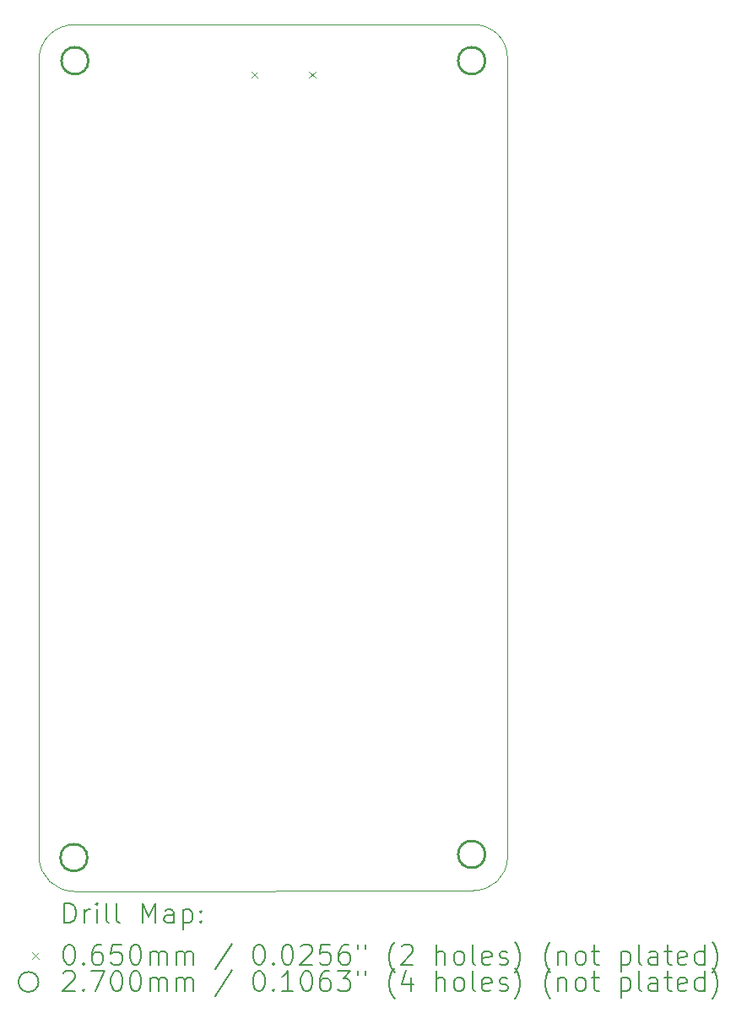
<source format=gbr>
%TF.GenerationSoftware,KiCad,Pcbnew,8.0.6*%
%TF.CreationDate,2024-11-13T15:41:56-05:00*%
%TF.ProjectId,KiCAD-RFM69,4b694341-442d-4524-964d-36392e6b6963,rev?*%
%TF.SameCoordinates,Original*%
%TF.FileFunction,Drillmap*%
%TF.FilePolarity,Positive*%
%FSLAX45Y45*%
G04 Gerber Fmt 4.5, Leading zero omitted, Abs format (unit mm)*
G04 Created by KiCad (PCBNEW 8.0.6) date 2024-11-13 15:41:56*
%MOMM*%
%LPD*%
G01*
G04 APERTURE LIST*
%ADD10C,0.100000*%
%ADD11C,0.200000*%
%ADD12C,0.270000*%
G04 APERTURE END LIST*
D10*
X14360000Y-6300416D02*
G75*
G02*
X14699735Y-6630000I10000J-329584D01*
G01*
X10360000Y-6300000D02*
X14360000Y-6300416D01*
X14700000Y-14659584D02*
G75*
G02*
X14360560Y-14980004I-330000J9584D01*
G01*
X14360560Y-14980004D02*
X10350000Y-14990223D01*
X10000000Y-14652513D02*
X10000000Y-6660000D01*
X10350000Y-14990223D02*
G75*
G02*
X10000000Y-14652513I0J350224D01*
G01*
X14700000Y-6630000D02*
X14700000Y-14659584D01*
X10000000Y-6660000D02*
G75*
G02*
X10360000Y-6300000I350000J10000D01*
G01*
D11*
D10*
X12128500Y-6767500D02*
X12193500Y-6832500D01*
X12193500Y-6767500D02*
X12128500Y-6832500D01*
X12706500Y-6767500D02*
X12771500Y-6832500D01*
X12771500Y-6767500D02*
X12706500Y-6832500D01*
D12*
X10485000Y-14652513D02*
G75*
G02*
X10215000Y-14652513I-135000J0D01*
G01*
X10215000Y-14652513D02*
G75*
G02*
X10485000Y-14652513I135000J0D01*
G01*
X10495000Y-6660000D02*
G75*
G02*
X10225000Y-6660000I-135000J0D01*
G01*
X10225000Y-6660000D02*
G75*
G02*
X10495000Y-6660000I135000J0D01*
G01*
X14475000Y-6660000D02*
G75*
G02*
X14205000Y-6660000I-135000J0D01*
G01*
X14205000Y-6660000D02*
G75*
G02*
X14475000Y-6660000I135000J0D01*
G01*
X14475000Y-14620000D02*
G75*
G02*
X14205000Y-14620000I-135000J0D01*
G01*
X14205000Y-14620000D02*
G75*
G02*
X14475000Y-14620000I135000J0D01*
G01*
D11*
X10255634Y-15306707D02*
X10255634Y-15106707D01*
X10255634Y-15106707D02*
X10303253Y-15106707D01*
X10303253Y-15106707D02*
X10331825Y-15116231D01*
X10331825Y-15116231D02*
X10350872Y-15135279D01*
X10350872Y-15135279D02*
X10360396Y-15154326D01*
X10360396Y-15154326D02*
X10369920Y-15192421D01*
X10369920Y-15192421D02*
X10369920Y-15220993D01*
X10369920Y-15220993D02*
X10360396Y-15259088D01*
X10360396Y-15259088D02*
X10350872Y-15278136D01*
X10350872Y-15278136D02*
X10331825Y-15297183D01*
X10331825Y-15297183D02*
X10303253Y-15306707D01*
X10303253Y-15306707D02*
X10255634Y-15306707D01*
X10455634Y-15306707D02*
X10455634Y-15173374D01*
X10455634Y-15211469D02*
X10465158Y-15192421D01*
X10465158Y-15192421D02*
X10474682Y-15182898D01*
X10474682Y-15182898D02*
X10493729Y-15173374D01*
X10493729Y-15173374D02*
X10512777Y-15173374D01*
X10579444Y-15306707D02*
X10579444Y-15173374D01*
X10579444Y-15106707D02*
X10569920Y-15116231D01*
X10569920Y-15116231D02*
X10579444Y-15125755D01*
X10579444Y-15125755D02*
X10588967Y-15116231D01*
X10588967Y-15116231D02*
X10579444Y-15106707D01*
X10579444Y-15106707D02*
X10579444Y-15125755D01*
X10703253Y-15306707D02*
X10684205Y-15297183D01*
X10684205Y-15297183D02*
X10674682Y-15278136D01*
X10674682Y-15278136D02*
X10674682Y-15106707D01*
X10808015Y-15306707D02*
X10788967Y-15297183D01*
X10788967Y-15297183D02*
X10779444Y-15278136D01*
X10779444Y-15278136D02*
X10779444Y-15106707D01*
X11036586Y-15306707D02*
X11036586Y-15106707D01*
X11036586Y-15106707D02*
X11103253Y-15249564D01*
X11103253Y-15249564D02*
X11169920Y-15106707D01*
X11169920Y-15106707D02*
X11169920Y-15306707D01*
X11350872Y-15306707D02*
X11350872Y-15201945D01*
X11350872Y-15201945D02*
X11341348Y-15182898D01*
X11341348Y-15182898D02*
X11322301Y-15173374D01*
X11322301Y-15173374D02*
X11284205Y-15173374D01*
X11284205Y-15173374D02*
X11265158Y-15182898D01*
X11350872Y-15297183D02*
X11331824Y-15306707D01*
X11331824Y-15306707D02*
X11284205Y-15306707D01*
X11284205Y-15306707D02*
X11265158Y-15297183D01*
X11265158Y-15297183D02*
X11255634Y-15278136D01*
X11255634Y-15278136D02*
X11255634Y-15259088D01*
X11255634Y-15259088D02*
X11265158Y-15240041D01*
X11265158Y-15240041D02*
X11284205Y-15230517D01*
X11284205Y-15230517D02*
X11331824Y-15230517D01*
X11331824Y-15230517D02*
X11350872Y-15220993D01*
X11446110Y-15173374D02*
X11446110Y-15373374D01*
X11446110Y-15182898D02*
X11465158Y-15173374D01*
X11465158Y-15173374D02*
X11503253Y-15173374D01*
X11503253Y-15173374D02*
X11522301Y-15182898D01*
X11522301Y-15182898D02*
X11531824Y-15192421D01*
X11531824Y-15192421D02*
X11541348Y-15211469D01*
X11541348Y-15211469D02*
X11541348Y-15268612D01*
X11541348Y-15268612D02*
X11531824Y-15287660D01*
X11531824Y-15287660D02*
X11522301Y-15297183D01*
X11522301Y-15297183D02*
X11503253Y-15306707D01*
X11503253Y-15306707D02*
X11465158Y-15306707D01*
X11465158Y-15306707D02*
X11446110Y-15297183D01*
X11627063Y-15287660D02*
X11636586Y-15297183D01*
X11636586Y-15297183D02*
X11627063Y-15306707D01*
X11627063Y-15306707D02*
X11617539Y-15297183D01*
X11617539Y-15297183D02*
X11627063Y-15287660D01*
X11627063Y-15287660D02*
X11627063Y-15306707D01*
X11627063Y-15182898D02*
X11636586Y-15192421D01*
X11636586Y-15192421D02*
X11627063Y-15201945D01*
X11627063Y-15201945D02*
X11617539Y-15192421D01*
X11617539Y-15192421D02*
X11627063Y-15182898D01*
X11627063Y-15182898D02*
X11627063Y-15201945D01*
D10*
X9929857Y-15602723D02*
X9994857Y-15667723D01*
X9994857Y-15602723D02*
X9929857Y-15667723D01*
D11*
X10293729Y-15526707D02*
X10312777Y-15526707D01*
X10312777Y-15526707D02*
X10331825Y-15536231D01*
X10331825Y-15536231D02*
X10341348Y-15545755D01*
X10341348Y-15545755D02*
X10350872Y-15564802D01*
X10350872Y-15564802D02*
X10360396Y-15602898D01*
X10360396Y-15602898D02*
X10360396Y-15650517D01*
X10360396Y-15650517D02*
X10350872Y-15688612D01*
X10350872Y-15688612D02*
X10341348Y-15707660D01*
X10341348Y-15707660D02*
X10331825Y-15717183D01*
X10331825Y-15717183D02*
X10312777Y-15726707D01*
X10312777Y-15726707D02*
X10293729Y-15726707D01*
X10293729Y-15726707D02*
X10274682Y-15717183D01*
X10274682Y-15717183D02*
X10265158Y-15707660D01*
X10265158Y-15707660D02*
X10255634Y-15688612D01*
X10255634Y-15688612D02*
X10246110Y-15650517D01*
X10246110Y-15650517D02*
X10246110Y-15602898D01*
X10246110Y-15602898D02*
X10255634Y-15564802D01*
X10255634Y-15564802D02*
X10265158Y-15545755D01*
X10265158Y-15545755D02*
X10274682Y-15536231D01*
X10274682Y-15536231D02*
X10293729Y-15526707D01*
X10446110Y-15707660D02*
X10455634Y-15717183D01*
X10455634Y-15717183D02*
X10446110Y-15726707D01*
X10446110Y-15726707D02*
X10436586Y-15717183D01*
X10436586Y-15717183D02*
X10446110Y-15707660D01*
X10446110Y-15707660D02*
X10446110Y-15726707D01*
X10627063Y-15526707D02*
X10588967Y-15526707D01*
X10588967Y-15526707D02*
X10569920Y-15536231D01*
X10569920Y-15536231D02*
X10560396Y-15545755D01*
X10560396Y-15545755D02*
X10541348Y-15574326D01*
X10541348Y-15574326D02*
X10531825Y-15612421D01*
X10531825Y-15612421D02*
X10531825Y-15688612D01*
X10531825Y-15688612D02*
X10541348Y-15707660D01*
X10541348Y-15707660D02*
X10550872Y-15717183D01*
X10550872Y-15717183D02*
X10569920Y-15726707D01*
X10569920Y-15726707D02*
X10608015Y-15726707D01*
X10608015Y-15726707D02*
X10627063Y-15717183D01*
X10627063Y-15717183D02*
X10636586Y-15707660D01*
X10636586Y-15707660D02*
X10646110Y-15688612D01*
X10646110Y-15688612D02*
X10646110Y-15640993D01*
X10646110Y-15640993D02*
X10636586Y-15621945D01*
X10636586Y-15621945D02*
X10627063Y-15612421D01*
X10627063Y-15612421D02*
X10608015Y-15602898D01*
X10608015Y-15602898D02*
X10569920Y-15602898D01*
X10569920Y-15602898D02*
X10550872Y-15612421D01*
X10550872Y-15612421D02*
X10541348Y-15621945D01*
X10541348Y-15621945D02*
X10531825Y-15640993D01*
X10827063Y-15526707D02*
X10731825Y-15526707D01*
X10731825Y-15526707D02*
X10722301Y-15621945D01*
X10722301Y-15621945D02*
X10731825Y-15612421D01*
X10731825Y-15612421D02*
X10750872Y-15602898D01*
X10750872Y-15602898D02*
X10798491Y-15602898D01*
X10798491Y-15602898D02*
X10817539Y-15612421D01*
X10817539Y-15612421D02*
X10827063Y-15621945D01*
X10827063Y-15621945D02*
X10836586Y-15640993D01*
X10836586Y-15640993D02*
X10836586Y-15688612D01*
X10836586Y-15688612D02*
X10827063Y-15707660D01*
X10827063Y-15707660D02*
X10817539Y-15717183D01*
X10817539Y-15717183D02*
X10798491Y-15726707D01*
X10798491Y-15726707D02*
X10750872Y-15726707D01*
X10750872Y-15726707D02*
X10731825Y-15717183D01*
X10731825Y-15717183D02*
X10722301Y-15707660D01*
X10960396Y-15526707D02*
X10979444Y-15526707D01*
X10979444Y-15526707D02*
X10998491Y-15536231D01*
X10998491Y-15536231D02*
X11008015Y-15545755D01*
X11008015Y-15545755D02*
X11017539Y-15564802D01*
X11017539Y-15564802D02*
X11027063Y-15602898D01*
X11027063Y-15602898D02*
X11027063Y-15650517D01*
X11027063Y-15650517D02*
X11017539Y-15688612D01*
X11017539Y-15688612D02*
X11008015Y-15707660D01*
X11008015Y-15707660D02*
X10998491Y-15717183D01*
X10998491Y-15717183D02*
X10979444Y-15726707D01*
X10979444Y-15726707D02*
X10960396Y-15726707D01*
X10960396Y-15726707D02*
X10941348Y-15717183D01*
X10941348Y-15717183D02*
X10931825Y-15707660D01*
X10931825Y-15707660D02*
X10922301Y-15688612D01*
X10922301Y-15688612D02*
X10912777Y-15650517D01*
X10912777Y-15650517D02*
X10912777Y-15602898D01*
X10912777Y-15602898D02*
X10922301Y-15564802D01*
X10922301Y-15564802D02*
X10931825Y-15545755D01*
X10931825Y-15545755D02*
X10941348Y-15536231D01*
X10941348Y-15536231D02*
X10960396Y-15526707D01*
X11112777Y-15726707D02*
X11112777Y-15593374D01*
X11112777Y-15612421D02*
X11122301Y-15602898D01*
X11122301Y-15602898D02*
X11141348Y-15593374D01*
X11141348Y-15593374D02*
X11169920Y-15593374D01*
X11169920Y-15593374D02*
X11188967Y-15602898D01*
X11188967Y-15602898D02*
X11198491Y-15621945D01*
X11198491Y-15621945D02*
X11198491Y-15726707D01*
X11198491Y-15621945D02*
X11208015Y-15602898D01*
X11208015Y-15602898D02*
X11227063Y-15593374D01*
X11227063Y-15593374D02*
X11255634Y-15593374D01*
X11255634Y-15593374D02*
X11274682Y-15602898D01*
X11274682Y-15602898D02*
X11284205Y-15621945D01*
X11284205Y-15621945D02*
X11284205Y-15726707D01*
X11379444Y-15726707D02*
X11379444Y-15593374D01*
X11379444Y-15612421D02*
X11388967Y-15602898D01*
X11388967Y-15602898D02*
X11408015Y-15593374D01*
X11408015Y-15593374D02*
X11436586Y-15593374D01*
X11436586Y-15593374D02*
X11455634Y-15602898D01*
X11455634Y-15602898D02*
X11465158Y-15621945D01*
X11465158Y-15621945D02*
X11465158Y-15726707D01*
X11465158Y-15621945D02*
X11474682Y-15602898D01*
X11474682Y-15602898D02*
X11493729Y-15593374D01*
X11493729Y-15593374D02*
X11522301Y-15593374D01*
X11522301Y-15593374D02*
X11541348Y-15602898D01*
X11541348Y-15602898D02*
X11550872Y-15621945D01*
X11550872Y-15621945D02*
X11550872Y-15726707D01*
X11941348Y-15517183D02*
X11769920Y-15774326D01*
X12198491Y-15526707D02*
X12217539Y-15526707D01*
X12217539Y-15526707D02*
X12236587Y-15536231D01*
X12236587Y-15536231D02*
X12246110Y-15545755D01*
X12246110Y-15545755D02*
X12255634Y-15564802D01*
X12255634Y-15564802D02*
X12265158Y-15602898D01*
X12265158Y-15602898D02*
X12265158Y-15650517D01*
X12265158Y-15650517D02*
X12255634Y-15688612D01*
X12255634Y-15688612D02*
X12246110Y-15707660D01*
X12246110Y-15707660D02*
X12236587Y-15717183D01*
X12236587Y-15717183D02*
X12217539Y-15726707D01*
X12217539Y-15726707D02*
X12198491Y-15726707D01*
X12198491Y-15726707D02*
X12179444Y-15717183D01*
X12179444Y-15717183D02*
X12169920Y-15707660D01*
X12169920Y-15707660D02*
X12160396Y-15688612D01*
X12160396Y-15688612D02*
X12150872Y-15650517D01*
X12150872Y-15650517D02*
X12150872Y-15602898D01*
X12150872Y-15602898D02*
X12160396Y-15564802D01*
X12160396Y-15564802D02*
X12169920Y-15545755D01*
X12169920Y-15545755D02*
X12179444Y-15536231D01*
X12179444Y-15536231D02*
X12198491Y-15526707D01*
X12350872Y-15707660D02*
X12360396Y-15717183D01*
X12360396Y-15717183D02*
X12350872Y-15726707D01*
X12350872Y-15726707D02*
X12341348Y-15717183D01*
X12341348Y-15717183D02*
X12350872Y-15707660D01*
X12350872Y-15707660D02*
X12350872Y-15726707D01*
X12484206Y-15526707D02*
X12503253Y-15526707D01*
X12503253Y-15526707D02*
X12522301Y-15536231D01*
X12522301Y-15536231D02*
X12531825Y-15545755D01*
X12531825Y-15545755D02*
X12541348Y-15564802D01*
X12541348Y-15564802D02*
X12550872Y-15602898D01*
X12550872Y-15602898D02*
X12550872Y-15650517D01*
X12550872Y-15650517D02*
X12541348Y-15688612D01*
X12541348Y-15688612D02*
X12531825Y-15707660D01*
X12531825Y-15707660D02*
X12522301Y-15717183D01*
X12522301Y-15717183D02*
X12503253Y-15726707D01*
X12503253Y-15726707D02*
X12484206Y-15726707D01*
X12484206Y-15726707D02*
X12465158Y-15717183D01*
X12465158Y-15717183D02*
X12455634Y-15707660D01*
X12455634Y-15707660D02*
X12446110Y-15688612D01*
X12446110Y-15688612D02*
X12436587Y-15650517D01*
X12436587Y-15650517D02*
X12436587Y-15602898D01*
X12436587Y-15602898D02*
X12446110Y-15564802D01*
X12446110Y-15564802D02*
X12455634Y-15545755D01*
X12455634Y-15545755D02*
X12465158Y-15536231D01*
X12465158Y-15536231D02*
X12484206Y-15526707D01*
X12627063Y-15545755D02*
X12636587Y-15536231D01*
X12636587Y-15536231D02*
X12655634Y-15526707D01*
X12655634Y-15526707D02*
X12703253Y-15526707D01*
X12703253Y-15526707D02*
X12722301Y-15536231D01*
X12722301Y-15536231D02*
X12731825Y-15545755D01*
X12731825Y-15545755D02*
X12741348Y-15564802D01*
X12741348Y-15564802D02*
X12741348Y-15583850D01*
X12741348Y-15583850D02*
X12731825Y-15612421D01*
X12731825Y-15612421D02*
X12617539Y-15726707D01*
X12617539Y-15726707D02*
X12741348Y-15726707D01*
X12922301Y-15526707D02*
X12827063Y-15526707D01*
X12827063Y-15526707D02*
X12817539Y-15621945D01*
X12817539Y-15621945D02*
X12827063Y-15612421D01*
X12827063Y-15612421D02*
X12846110Y-15602898D01*
X12846110Y-15602898D02*
X12893729Y-15602898D01*
X12893729Y-15602898D02*
X12912777Y-15612421D01*
X12912777Y-15612421D02*
X12922301Y-15621945D01*
X12922301Y-15621945D02*
X12931825Y-15640993D01*
X12931825Y-15640993D02*
X12931825Y-15688612D01*
X12931825Y-15688612D02*
X12922301Y-15707660D01*
X12922301Y-15707660D02*
X12912777Y-15717183D01*
X12912777Y-15717183D02*
X12893729Y-15726707D01*
X12893729Y-15726707D02*
X12846110Y-15726707D01*
X12846110Y-15726707D02*
X12827063Y-15717183D01*
X12827063Y-15717183D02*
X12817539Y-15707660D01*
X13103253Y-15526707D02*
X13065158Y-15526707D01*
X13065158Y-15526707D02*
X13046110Y-15536231D01*
X13046110Y-15536231D02*
X13036587Y-15545755D01*
X13036587Y-15545755D02*
X13017539Y-15574326D01*
X13017539Y-15574326D02*
X13008015Y-15612421D01*
X13008015Y-15612421D02*
X13008015Y-15688612D01*
X13008015Y-15688612D02*
X13017539Y-15707660D01*
X13017539Y-15707660D02*
X13027063Y-15717183D01*
X13027063Y-15717183D02*
X13046110Y-15726707D01*
X13046110Y-15726707D02*
X13084206Y-15726707D01*
X13084206Y-15726707D02*
X13103253Y-15717183D01*
X13103253Y-15717183D02*
X13112777Y-15707660D01*
X13112777Y-15707660D02*
X13122301Y-15688612D01*
X13122301Y-15688612D02*
X13122301Y-15640993D01*
X13122301Y-15640993D02*
X13112777Y-15621945D01*
X13112777Y-15621945D02*
X13103253Y-15612421D01*
X13103253Y-15612421D02*
X13084206Y-15602898D01*
X13084206Y-15602898D02*
X13046110Y-15602898D01*
X13046110Y-15602898D02*
X13027063Y-15612421D01*
X13027063Y-15612421D02*
X13017539Y-15621945D01*
X13017539Y-15621945D02*
X13008015Y-15640993D01*
X13198491Y-15526707D02*
X13198491Y-15564802D01*
X13274682Y-15526707D02*
X13274682Y-15564802D01*
X13569920Y-15802898D02*
X13560396Y-15793374D01*
X13560396Y-15793374D02*
X13541349Y-15764802D01*
X13541349Y-15764802D02*
X13531825Y-15745755D01*
X13531825Y-15745755D02*
X13522301Y-15717183D01*
X13522301Y-15717183D02*
X13512777Y-15669564D01*
X13512777Y-15669564D02*
X13512777Y-15631469D01*
X13512777Y-15631469D02*
X13522301Y-15583850D01*
X13522301Y-15583850D02*
X13531825Y-15555279D01*
X13531825Y-15555279D02*
X13541349Y-15536231D01*
X13541349Y-15536231D02*
X13560396Y-15507660D01*
X13560396Y-15507660D02*
X13569920Y-15498136D01*
X13636587Y-15545755D02*
X13646110Y-15536231D01*
X13646110Y-15536231D02*
X13665158Y-15526707D01*
X13665158Y-15526707D02*
X13712777Y-15526707D01*
X13712777Y-15526707D02*
X13731825Y-15536231D01*
X13731825Y-15536231D02*
X13741349Y-15545755D01*
X13741349Y-15545755D02*
X13750872Y-15564802D01*
X13750872Y-15564802D02*
X13750872Y-15583850D01*
X13750872Y-15583850D02*
X13741349Y-15612421D01*
X13741349Y-15612421D02*
X13627063Y-15726707D01*
X13627063Y-15726707D02*
X13750872Y-15726707D01*
X13988968Y-15726707D02*
X13988968Y-15526707D01*
X14074682Y-15726707D02*
X14074682Y-15621945D01*
X14074682Y-15621945D02*
X14065158Y-15602898D01*
X14065158Y-15602898D02*
X14046111Y-15593374D01*
X14046111Y-15593374D02*
X14017539Y-15593374D01*
X14017539Y-15593374D02*
X13998491Y-15602898D01*
X13998491Y-15602898D02*
X13988968Y-15612421D01*
X14198491Y-15726707D02*
X14179444Y-15717183D01*
X14179444Y-15717183D02*
X14169920Y-15707660D01*
X14169920Y-15707660D02*
X14160396Y-15688612D01*
X14160396Y-15688612D02*
X14160396Y-15631469D01*
X14160396Y-15631469D02*
X14169920Y-15612421D01*
X14169920Y-15612421D02*
X14179444Y-15602898D01*
X14179444Y-15602898D02*
X14198491Y-15593374D01*
X14198491Y-15593374D02*
X14227063Y-15593374D01*
X14227063Y-15593374D02*
X14246111Y-15602898D01*
X14246111Y-15602898D02*
X14255634Y-15612421D01*
X14255634Y-15612421D02*
X14265158Y-15631469D01*
X14265158Y-15631469D02*
X14265158Y-15688612D01*
X14265158Y-15688612D02*
X14255634Y-15707660D01*
X14255634Y-15707660D02*
X14246111Y-15717183D01*
X14246111Y-15717183D02*
X14227063Y-15726707D01*
X14227063Y-15726707D02*
X14198491Y-15726707D01*
X14379444Y-15726707D02*
X14360396Y-15717183D01*
X14360396Y-15717183D02*
X14350872Y-15698136D01*
X14350872Y-15698136D02*
X14350872Y-15526707D01*
X14531825Y-15717183D02*
X14512777Y-15726707D01*
X14512777Y-15726707D02*
X14474682Y-15726707D01*
X14474682Y-15726707D02*
X14455634Y-15717183D01*
X14455634Y-15717183D02*
X14446111Y-15698136D01*
X14446111Y-15698136D02*
X14446111Y-15621945D01*
X14446111Y-15621945D02*
X14455634Y-15602898D01*
X14455634Y-15602898D02*
X14474682Y-15593374D01*
X14474682Y-15593374D02*
X14512777Y-15593374D01*
X14512777Y-15593374D02*
X14531825Y-15602898D01*
X14531825Y-15602898D02*
X14541349Y-15621945D01*
X14541349Y-15621945D02*
X14541349Y-15640993D01*
X14541349Y-15640993D02*
X14446111Y-15660041D01*
X14617539Y-15717183D02*
X14636587Y-15726707D01*
X14636587Y-15726707D02*
X14674682Y-15726707D01*
X14674682Y-15726707D02*
X14693730Y-15717183D01*
X14693730Y-15717183D02*
X14703253Y-15698136D01*
X14703253Y-15698136D02*
X14703253Y-15688612D01*
X14703253Y-15688612D02*
X14693730Y-15669564D01*
X14693730Y-15669564D02*
X14674682Y-15660041D01*
X14674682Y-15660041D02*
X14646111Y-15660041D01*
X14646111Y-15660041D02*
X14627063Y-15650517D01*
X14627063Y-15650517D02*
X14617539Y-15631469D01*
X14617539Y-15631469D02*
X14617539Y-15621945D01*
X14617539Y-15621945D02*
X14627063Y-15602898D01*
X14627063Y-15602898D02*
X14646111Y-15593374D01*
X14646111Y-15593374D02*
X14674682Y-15593374D01*
X14674682Y-15593374D02*
X14693730Y-15602898D01*
X14769920Y-15802898D02*
X14779444Y-15793374D01*
X14779444Y-15793374D02*
X14798492Y-15764802D01*
X14798492Y-15764802D02*
X14808015Y-15745755D01*
X14808015Y-15745755D02*
X14817539Y-15717183D01*
X14817539Y-15717183D02*
X14827063Y-15669564D01*
X14827063Y-15669564D02*
X14827063Y-15631469D01*
X14827063Y-15631469D02*
X14817539Y-15583850D01*
X14817539Y-15583850D02*
X14808015Y-15555279D01*
X14808015Y-15555279D02*
X14798492Y-15536231D01*
X14798492Y-15536231D02*
X14779444Y-15507660D01*
X14779444Y-15507660D02*
X14769920Y-15498136D01*
X15131825Y-15802898D02*
X15122301Y-15793374D01*
X15122301Y-15793374D02*
X15103253Y-15764802D01*
X15103253Y-15764802D02*
X15093730Y-15745755D01*
X15093730Y-15745755D02*
X15084206Y-15717183D01*
X15084206Y-15717183D02*
X15074682Y-15669564D01*
X15074682Y-15669564D02*
X15074682Y-15631469D01*
X15074682Y-15631469D02*
X15084206Y-15583850D01*
X15084206Y-15583850D02*
X15093730Y-15555279D01*
X15093730Y-15555279D02*
X15103253Y-15536231D01*
X15103253Y-15536231D02*
X15122301Y-15507660D01*
X15122301Y-15507660D02*
X15131825Y-15498136D01*
X15208015Y-15593374D02*
X15208015Y-15726707D01*
X15208015Y-15612421D02*
X15217539Y-15602898D01*
X15217539Y-15602898D02*
X15236587Y-15593374D01*
X15236587Y-15593374D02*
X15265158Y-15593374D01*
X15265158Y-15593374D02*
X15284206Y-15602898D01*
X15284206Y-15602898D02*
X15293730Y-15621945D01*
X15293730Y-15621945D02*
X15293730Y-15726707D01*
X15417539Y-15726707D02*
X15398492Y-15717183D01*
X15398492Y-15717183D02*
X15388968Y-15707660D01*
X15388968Y-15707660D02*
X15379444Y-15688612D01*
X15379444Y-15688612D02*
X15379444Y-15631469D01*
X15379444Y-15631469D02*
X15388968Y-15612421D01*
X15388968Y-15612421D02*
X15398492Y-15602898D01*
X15398492Y-15602898D02*
X15417539Y-15593374D01*
X15417539Y-15593374D02*
X15446111Y-15593374D01*
X15446111Y-15593374D02*
X15465158Y-15602898D01*
X15465158Y-15602898D02*
X15474682Y-15612421D01*
X15474682Y-15612421D02*
X15484206Y-15631469D01*
X15484206Y-15631469D02*
X15484206Y-15688612D01*
X15484206Y-15688612D02*
X15474682Y-15707660D01*
X15474682Y-15707660D02*
X15465158Y-15717183D01*
X15465158Y-15717183D02*
X15446111Y-15726707D01*
X15446111Y-15726707D02*
X15417539Y-15726707D01*
X15541349Y-15593374D02*
X15617539Y-15593374D01*
X15569920Y-15526707D02*
X15569920Y-15698136D01*
X15569920Y-15698136D02*
X15579444Y-15717183D01*
X15579444Y-15717183D02*
X15598492Y-15726707D01*
X15598492Y-15726707D02*
X15617539Y-15726707D01*
X15836587Y-15593374D02*
X15836587Y-15793374D01*
X15836587Y-15602898D02*
X15855634Y-15593374D01*
X15855634Y-15593374D02*
X15893730Y-15593374D01*
X15893730Y-15593374D02*
X15912777Y-15602898D01*
X15912777Y-15602898D02*
X15922301Y-15612421D01*
X15922301Y-15612421D02*
X15931825Y-15631469D01*
X15931825Y-15631469D02*
X15931825Y-15688612D01*
X15931825Y-15688612D02*
X15922301Y-15707660D01*
X15922301Y-15707660D02*
X15912777Y-15717183D01*
X15912777Y-15717183D02*
X15893730Y-15726707D01*
X15893730Y-15726707D02*
X15855634Y-15726707D01*
X15855634Y-15726707D02*
X15836587Y-15717183D01*
X16046111Y-15726707D02*
X16027063Y-15717183D01*
X16027063Y-15717183D02*
X16017539Y-15698136D01*
X16017539Y-15698136D02*
X16017539Y-15526707D01*
X16208015Y-15726707D02*
X16208015Y-15621945D01*
X16208015Y-15621945D02*
X16198492Y-15602898D01*
X16198492Y-15602898D02*
X16179444Y-15593374D01*
X16179444Y-15593374D02*
X16141349Y-15593374D01*
X16141349Y-15593374D02*
X16122301Y-15602898D01*
X16208015Y-15717183D02*
X16188968Y-15726707D01*
X16188968Y-15726707D02*
X16141349Y-15726707D01*
X16141349Y-15726707D02*
X16122301Y-15717183D01*
X16122301Y-15717183D02*
X16112777Y-15698136D01*
X16112777Y-15698136D02*
X16112777Y-15679088D01*
X16112777Y-15679088D02*
X16122301Y-15660041D01*
X16122301Y-15660041D02*
X16141349Y-15650517D01*
X16141349Y-15650517D02*
X16188968Y-15650517D01*
X16188968Y-15650517D02*
X16208015Y-15640993D01*
X16274682Y-15593374D02*
X16350873Y-15593374D01*
X16303254Y-15526707D02*
X16303254Y-15698136D01*
X16303254Y-15698136D02*
X16312777Y-15717183D01*
X16312777Y-15717183D02*
X16331825Y-15726707D01*
X16331825Y-15726707D02*
X16350873Y-15726707D01*
X16493730Y-15717183D02*
X16474682Y-15726707D01*
X16474682Y-15726707D02*
X16436587Y-15726707D01*
X16436587Y-15726707D02*
X16417539Y-15717183D01*
X16417539Y-15717183D02*
X16408015Y-15698136D01*
X16408015Y-15698136D02*
X16408015Y-15621945D01*
X16408015Y-15621945D02*
X16417539Y-15602898D01*
X16417539Y-15602898D02*
X16436587Y-15593374D01*
X16436587Y-15593374D02*
X16474682Y-15593374D01*
X16474682Y-15593374D02*
X16493730Y-15602898D01*
X16493730Y-15602898D02*
X16503254Y-15621945D01*
X16503254Y-15621945D02*
X16503254Y-15640993D01*
X16503254Y-15640993D02*
X16408015Y-15660041D01*
X16674682Y-15726707D02*
X16674682Y-15526707D01*
X16674682Y-15717183D02*
X16655635Y-15726707D01*
X16655635Y-15726707D02*
X16617539Y-15726707D01*
X16617539Y-15726707D02*
X16598492Y-15717183D01*
X16598492Y-15717183D02*
X16588968Y-15707660D01*
X16588968Y-15707660D02*
X16579444Y-15688612D01*
X16579444Y-15688612D02*
X16579444Y-15631469D01*
X16579444Y-15631469D02*
X16588968Y-15612421D01*
X16588968Y-15612421D02*
X16598492Y-15602898D01*
X16598492Y-15602898D02*
X16617539Y-15593374D01*
X16617539Y-15593374D02*
X16655635Y-15593374D01*
X16655635Y-15593374D02*
X16674682Y-15602898D01*
X16750873Y-15802898D02*
X16760396Y-15793374D01*
X16760396Y-15793374D02*
X16779444Y-15764802D01*
X16779444Y-15764802D02*
X16788968Y-15745755D01*
X16788968Y-15745755D02*
X16798492Y-15717183D01*
X16798492Y-15717183D02*
X16808016Y-15669564D01*
X16808016Y-15669564D02*
X16808016Y-15631469D01*
X16808016Y-15631469D02*
X16798492Y-15583850D01*
X16798492Y-15583850D02*
X16788968Y-15555279D01*
X16788968Y-15555279D02*
X16779444Y-15536231D01*
X16779444Y-15536231D02*
X16760396Y-15507660D01*
X16760396Y-15507660D02*
X16750873Y-15498136D01*
X9994857Y-15899223D02*
G75*
G02*
X9794857Y-15899223I-100000J0D01*
G01*
X9794857Y-15899223D02*
G75*
G02*
X9994857Y-15899223I100000J0D01*
G01*
X10246110Y-15809755D02*
X10255634Y-15800231D01*
X10255634Y-15800231D02*
X10274682Y-15790707D01*
X10274682Y-15790707D02*
X10322301Y-15790707D01*
X10322301Y-15790707D02*
X10341348Y-15800231D01*
X10341348Y-15800231D02*
X10350872Y-15809755D01*
X10350872Y-15809755D02*
X10360396Y-15828802D01*
X10360396Y-15828802D02*
X10360396Y-15847850D01*
X10360396Y-15847850D02*
X10350872Y-15876421D01*
X10350872Y-15876421D02*
X10236586Y-15990707D01*
X10236586Y-15990707D02*
X10360396Y-15990707D01*
X10446110Y-15971660D02*
X10455634Y-15981183D01*
X10455634Y-15981183D02*
X10446110Y-15990707D01*
X10446110Y-15990707D02*
X10436586Y-15981183D01*
X10436586Y-15981183D02*
X10446110Y-15971660D01*
X10446110Y-15971660D02*
X10446110Y-15990707D01*
X10522301Y-15790707D02*
X10655634Y-15790707D01*
X10655634Y-15790707D02*
X10569920Y-15990707D01*
X10769920Y-15790707D02*
X10788967Y-15790707D01*
X10788967Y-15790707D02*
X10808015Y-15800231D01*
X10808015Y-15800231D02*
X10817539Y-15809755D01*
X10817539Y-15809755D02*
X10827063Y-15828802D01*
X10827063Y-15828802D02*
X10836586Y-15866898D01*
X10836586Y-15866898D02*
X10836586Y-15914517D01*
X10836586Y-15914517D02*
X10827063Y-15952612D01*
X10827063Y-15952612D02*
X10817539Y-15971660D01*
X10817539Y-15971660D02*
X10808015Y-15981183D01*
X10808015Y-15981183D02*
X10788967Y-15990707D01*
X10788967Y-15990707D02*
X10769920Y-15990707D01*
X10769920Y-15990707D02*
X10750872Y-15981183D01*
X10750872Y-15981183D02*
X10741348Y-15971660D01*
X10741348Y-15971660D02*
X10731825Y-15952612D01*
X10731825Y-15952612D02*
X10722301Y-15914517D01*
X10722301Y-15914517D02*
X10722301Y-15866898D01*
X10722301Y-15866898D02*
X10731825Y-15828802D01*
X10731825Y-15828802D02*
X10741348Y-15809755D01*
X10741348Y-15809755D02*
X10750872Y-15800231D01*
X10750872Y-15800231D02*
X10769920Y-15790707D01*
X10960396Y-15790707D02*
X10979444Y-15790707D01*
X10979444Y-15790707D02*
X10998491Y-15800231D01*
X10998491Y-15800231D02*
X11008015Y-15809755D01*
X11008015Y-15809755D02*
X11017539Y-15828802D01*
X11017539Y-15828802D02*
X11027063Y-15866898D01*
X11027063Y-15866898D02*
X11027063Y-15914517D01*
X11027063Y-15914517D02*
X11017539Y-15952612D01*
X11017539Y-15952612D02*
X11008015Y-15971660D01*
X11008015Y-15971660D02*
X10998491Y-15981183D01*
X10998491Y-15981183D02*
X10979444Y-15990707D01*
X10979444Y-15990707D02*
X10960396Y-15990707D01*
X10960396Y-15990707D02*
X10941348Y-15981183D01*
X10941348Y-15981183D02*
X10931825Y-15971660D01*
X10931825Y-15971660D02*
X10922301Y-15952612D01*
X10922301Y-15952612D02*
X10912777Y-15914517D01*
X10912777Y-15914517D02*
X10912777Y-15866898D01*
X10912777Y-15866898D02*
X10922301Y-15828802D01*
X10922301Y-15828802D02*
X10931825Y-15809755D01*
X10931825Y-15809755D02*
X10941348Y-15800231D01*
X10941348Y-15800231D02*
X10960396Y-15790707D01*
X11112777Y-15990707D02*
X11112777Y-15857374D01*
X11112777Y-15876421D02*
X11122301Y-15866898D01*
X11122301Y-15866898D02*
X11141348Y-15857374D01*
X11141348Y-15857374D02*
X11169920Y-15857374D01*
X11169920Y-15857374D02*
X11188967Y-15866898D01*
X11188967Y-15866898D02*
X11198491Y-15885945D01*
X11198491Y-15885945D02*
X11198491Y-15990707D01*
X11198491Y-15885945D02*
X11208015Y-15866898D01*
X11208015Y-15866898D02*
X11227063Y-15857374D01*
X11227063Y-15857374D02*
X11255634Y-15857374D01*
X11255634Y-15857374D02*
X11274682Y-15866898D01*
X11274682Y-15866898D02*
X11284205Y-15885945D01*
X11284205Y-15885945D02*
X11284205Y-15990707D01*
X11379444Y-15990707D02*
X11379444Y-15857374D01*
X11379444Y-15876421D02*
X11388967Y-15866898D01*
X11388967Y-15866898D02*
X11408015Y-15857374D01*
X11408015Y-15857374D02*
X11436586Y-15857374D01*
X11436586Y-15857374D02*
X11455634Y-15866898D01*
X11455634Y-15866898D02*
X11465158Y-15885945D01*
X11465158Y-15885945D02*
X11465158Y-15990707D01*
X11465158Y-15885945D02*
X11474682Y-15866898D01*
X11474682Y-15866898D02*
X11493729Y-15857374D01*
X11493729Y-15857374D02*
X11522301Y-15857374D01*
X11522301Y-15857374D02*
X11541348Y-15866898D01*
X11541348Y-15866898D02*
X11550872Y-15885945D01*
X11550872Y-15885945D02*
X11550872Y-15990707D01*
X11941348Y-15781183D02*
X11769920Y-16038326D01*
X12198491Y-15790707D02*
X12217539Y-15790707D01*
X12217539Y-15790707D02*
X12236587Y-15800231D01*
X12236587Y-15800231D02*
X12246110Y-15809755D01*
X12246110Y-15809755D02*
X12255634Y-15828802D01*
X12255634Y-15828802D02*
X12265158Y-15866898D01*
X12265158Y-15866898D02*
X12265158Y-15914517D01*
X12265158Y-15914517D02*
X12255634Y-15952612D01*
X12255634Y-15952612D02*
X12246110Y-15971660D01*
X12246110Y-15971660D02*
X12236587Y-15981183D01*
X12236587Y-15981183D02*
X12217539Y-15990707D01*
X12217539Y-15990707D02*
X12198491Y-15990707D01*
X12198491Y-15990707D02*
X12179444Y-15981183D01*
X12179444Y-15981183D02*
X12169920Y-15971660D01*
X12169920Y-15971660D02*
X12160396Y-15952612D01*
X12160396Y-15952612D02*
X12150872Y-15914517D01*
X12150872Y-15914517D02*
X12150872Y-15866898D01*
X12150872Y-15866898D02*
X12160396Y-15828802D01*
X12160396Y-15828802D02*
X12169920Y-15809755D01*
X12169920Y-15809755D02*
X12179444Y-15800231D01*
X12179444Y-15800231D02*
X12198491Y-15790707D01*
X12350872Y-15971660D02*
X12360396Y-15981183D01*
X12360396Y-15981183D02*
X12350872Y-15990707D01*
X12350872Y-15990707D02*
X12341348Y-15981183D01*
X12341348Y-15981183D02*
X12350872Y-15971660D01*
X12350872Y-15971660D02*
X12350872Y-15990707D01*
X12550872Y-15990707D02*
X12436587Y-15990707D01*
X12493729Y-15990707D02*
X12493729Y-15790707D01*
X12493729Y-15790707D02*
X12474682Y-15819279D01*
X12474682Y-15819279D02*
X12455634Y-15838326D01*
X12455634Y-15838326D02*
X12436587Y-15847850D01*
X12674682Y-15790707D02*
X12693729Y-15790707D01*
X12693729Y-15790707D02*
X12712777Y-15800231D01*
X12712777Y-15800231D02*
X12722301Y-15809755D01*
X12722301Y-15809755D02*
X12731825Y-15828802D01*
X12731825Y-15828802D02*
X12741348Y-15866898D01*
X12741348Y-15866898D02*
X12741348Y-15914517D01*
X12741348Y-15914517D02*
X12731825Y-15952612D01*
X12731825Y-15952612D02*
X12722301Y-15971660D01*
X12722301Y-15971660D02*
X12712777Y-15981183D01*
X12712777Y-15981183D02*
X12693729Y-15990707D01*
X12693729Y-15990707D02*
X12674682Y-15990707D01*
X12674682Y-15990707D02*
X12655634Y-15981183D01*
X12655634Y-15981183D02*
X12646110Y-15971660D01*
X12646110Y-15971660D02*
X12636587Y-15952612D01*
X12636587Y-15952612D02*
X12627063Y-15914517D01*
X12627063Y-15914517D02*
X12627063Y-15866898D01*
X12627063Y-15866898D02*
X12636587Y-15828802D01*
X12636587Y-15828802D02*
X12646110Y-15809755D01*
X12646110Y-15809755D02*
X12655634Y-15800231D01*
X12655634Y-15800231D02*
X12674682Y-15790707D01*
X12912777Y-15790707D02*
X12874682Y-15790707D01*
X12874682Y-15790707D02*
X12855634Y-15800231D01*
X12855634Y-15800231D02*
X12846110Y-15809755D01*
X12846110Y-15809755D02*
X12827063Y-15838326D01*
X12827063Y-15838326D02*
X12817539Y-15876421D01*
X12817539Y-15876421D02*
X12817539Y-15952612D01*
X12817539Y-15952612D02*
X12827063Y-15971660D01*
X12827063Y-15971660D02*
X12836587Y-15981183D01*
X12836587Y-15981183D02*
X12855634Y-15990707D01*
X12855634Y-15990707D02*
X12893729Y-15990707D01*
X12893729Y-15990707D02*
X12912777Y-15981183D01*
X12912777Y-15981183D02*
X12922301Y-15971660D01*
X12922301Y-15971660D02*
X12931825Y-15952612D01*
X12931825Y-15952612D02*
X12931825Y-15904993D01*
X12931825Y-15904993D02*
X12922301Y-15885945D01*
X12922301Y-15885945D02*
X12912777Y-15876421D01*
X12912777Y-15876421D02*
X12893729Y-15866898D01*
X12893729Y-15866898D02*
X12855634Y-15866898D01*
X12855634Y-15866898D02*
X12836587Y-15876421D01*
X12836587Y-15876421D02*
X12827063Y-15885945D01*
X12827063Y-15885945D02*
X12817539Y-15904993D01*
X12998491Y-15790707D02*
X13122301Y-15790707D01*
X13122301Y-15790707D02*
X13055634Y-15866898D01*
X13055634Y-15866898D02*
X13084206Y-15866898D01*
X13084206Y-15866898D02*
X13103253Y-15876421D01*
X13103253Y-15876421D02*
X13112777Y-15885945D01*
X13112777Y-15885945D02*
X13122301Y-15904993D01*
X13122301Y-15904993D02*
X13122301Y-15952612D01*
X13122301Y-15952612D02*
X13112777Y-15971660D01*
X13112777Y-15971660D02*
X13103253Y-15981183D01*
X13103253Y-15981183D02*
X13084206Y-15990707D01*
X13084206Y-15990707D02*
X13027063Y-15990707D01*
X13027063Y-15990707D02*
X13008015Y-15981183D01*
X13008015Y-15981183D02*
X12998491Y-15971660D01*
X13198491Y-15790707D02*
X13198491Y-15828802D01*
X13274682Y-15790707D02*
X13274682Y-15828802D01*
X13569920Y-16066898D02*
X13560396Y-16057374D01*
X13560396Y-16057374D02*
X13541349Y-16028802D01*
X13541349Y-16028802D02*
X13531825Y-16009755D01*
X13531825Y-16009755D02*
X13522301Y-15981183D01*
X13522301Y-15981183D02*
X13512777Y-15933564D01*
X13512777Y-15933564D02*
X13512777Y-15895469D01*
X13512777Y-15895469D02*
X13522301Y-15847850D01*
X13522301Y-15847850D02*
X13531825Y-15819279D01*
X13531825Y-15819279D02*
X13541349Y-15800231D01*
X13541349Y-15800231D02*
X13560396Y-15771660D01*
X13560396Y-15771660D02*
X13569920Y-15762136D01*
X13731825Y-15857374D02*
X13731825Y-15990707D01*
X13684206Y-15781183D02*
X13636587Y-15924041D01*
X13636587Y-15924041D02*
X13760396Y-15924041D01*
X13988968Y-15990707D02*
X13988968Y-15790707D01*
X14074682Y-15990707D02*
X14074682Y-15885945D01*
X14074682Y-15885945D02*
X14065158Y-15866898D01*
X14065158Y-15866898D02*
X14046111Y-15857374D01*
X14046111Y-15857374D02*
X14017539Y-15857374D01*
X14017539Y-15857374D02*
X13998491Y-15866898D01*
X13998491Y-15866898D02*
X13988968Y-15876421D01*
X14198491Y-15990707D02*
X14179444Y-15981183D01*
X14179444Y-15981183D02*
X14169920Y-15971660D01*
X14169920Y-15971660D02*
X14160396Y-15952612D01*
X14160396Y-15952612D02*
X14160396Y-15895469D01*
X14160396Y-15895469D02*
X14169920Y-15876421D01*
X14169920Y-15876421D02*
X14179444Y-15866898D01*
X14179444Y-15866898D02*
X14198491Y-15857374D01*
X14198491Y-15857374D02*
X14227063Y-15857374D01*
X14227063Y-15857374D02*
X14246111Y-15866898D01*
X14246111Y-15866898D02*
X14255634Y-15876421D01*
X14255634Y-15876421D02*
X14265158Y-15895469D01*
X14265158Y-15895469D02*
X14265158Y-15952612D01*
X14265158Y-15952612D02*
X14255634Y-15971660D01*
X14255634Y-15971660D02*
X14246111Y-15981183D01*
X14246111Y-15981183D02*
X14227063Y-15990707D01*
X14227063Y-15990707D02*
X14198491Y-15990707D01*
X14379444Y-15990707D02*
X14360396Y-15981183D01*
X14360396Y-15981183D02*
X14350872Y-15962136D01*
X14350872Y-15962136D02*
X14350872Y-15790707D01*
X14531825Y-15981183D02*
X14512777Y-15990707D01*
X14512777Y-15990707D02*
X14474682Y-15990707D01*
X14474682Y-15990707D02*
X14455634Y-15981183D01*
X14455634Y-15981183D02*
X14446111Y-15962136D01*
X14446111Y-15962136D02*
X14446111Y-15885945D01*
X14446111Y-15885945D02*
X14455634Y-15866898D01*
X14455634Y-15866898D02*
X14474682Y-15857374D01*
X14474682Y-15857374D02*
X14512777Y-15857374D01*
X14512777Y-15857374D02*
X14531825Y-15866898D01*
X14531825Y-15866898D02*
X14541349Y-15885945D01*
X14541349Y-15885945D02*
X14541349Y-15904993D01*
X14541349Y-15904993D02*
X14446111Y-15924041D01*
X14617539Y-15981183D02*
X14636587Y-15990707D01*
X14636587Y-15990707D02*
X14674682Y-15990707D01*
X14674682Y-15990707D02*
X14693730Y-15981183D01*
X14693730Y-15981183D02*
X14703253Y-15962136D01*
X14703253Y-15962136D02*
X14703253Y-15952612D01*
X14703253Y-15952612D02*
X14693730Y-15933564D01*
X14693730Y-15933564D02*
X14674682Y-15924041D01*
X14674682Y-15924041D02*
X14646111Y-15924041D01*
X14646111Y-15924041D02*
X14627063Y-15914517D01*
X14627063Y-15914517D02*
X14617539Y-15895469D01*
X14617539Y-15895469D02*
X14617539Y-15885945D01*
X14617539Y-15885945D02*
X14627063Y-15866898D01*
X14627063Y-15866898D02*
X14646111Y-15857374D01*
X14646111Y-15857374D02*
X14674682Y-15857374D01*
X14674682Y-15857374D02*
X14693730Y-15866898D01*
X14769920Y-16066898D02*
X14779444Y-16057374D01*
X14779444Y-16057374D02*
X14798492Y-16028802D01*
X14798492Y-16028802D02*
X14808015Y-16009755D01*
X14808015Y-16009755D02*
X14817539Y-15981183D01*
X14817539Y-15981183D02*
X14827063Y-15933564D01*
X14827063Y-15933564D02*
X14827063Y-15895469D01*
X14827063Y-15895469D02*
X14817539Y-15847850D01*
X14817539Y-15847850D02*
X14808015Y-15819279D01*
X14808015Y-15819279D02*
X14798492Y-15800231D01*
X14798492Y-15800231D02*
X14779444Y-15771660D01*
X14779444Y-15771660D02*
X14769920Y-15762136D01*
X15131825Y-16066898D02*
X15122301Y-16057374D01*
X15122301Y-16057374D02*
X15103253Y-16028802D01*
X15103253Y-16028802D02*
X15093730Y-16009755D01*
X15093730Y-16009755D02*
X15084206Y-15981183D01*
X15084206Y-15981183D02*
X15074682Y-15933564D01*
X15074682Y-15933564D02*
X15074682Y-15895469D01*
X15074682Y-15895469D02*
X15084206Y-15847850D01*
X15084206Y-15847850D02*
X15093730Y-15819279D01*
X15093730Y-15819279D02*
X15103253Y-15800231D01*
X15103253Y-15800231D02*
X15122301Y-15771660D01*
X15122301Y-15771660D02*
X15131825Y-15762136D01*
X15208015Y-15857374D02*
X15208015Y-15990707D01*
X15208015Y-15876421D02*
X15217539Y-15866898D01*
X15217539Y-15866898D02*
X15236587Y-15857374D01*
X15236587Y-15857374D02*
X15265158Y-15857374D01*
X15265158Y-15857374D02*
X15284206Y-15866898D01*
X15284206Y-15866898D02*
X15293730Y-15885945D01*
X15293730Y-15885945D02*
X15293730Y-15990707D01*
X15417539Y-15990707D02*
X15398492Y-15981183D01*
X15398492Y-15981183D02*
X15388968Y-15971660D01*
X15388968Y-15971660D02*
X15379444Y-15952612D01*
X15379444Y-15952612D02*
X15379444Y-15895469D01*
X15379444Y-15895469D02*
X15388968Y-15876421D01*
X15388968Y-15876421D02*
X15398492Y-15866898D01*
X15398492Y-15866898D02*
X15417539Y-15857374D01*
X15417539Y-15857374D02*
X15446111Y-15857374D01*
X15446111Y-15857374D02*
X15465158Y-15866898D01*
X15465158Y-15866898D02*
X15474682Y-15876421D01*
X15474682Y-15876421D02*
X15484206Y-15895469D01*
X15484206Y-15895469D02*
X15484206Y-15952612D01*
X15484206Y-15952612D02*
X15474682Y-15971660D01*
X15474682Y-15971660D02*
X15465158Y-15981183D01*
X15465158Y-15981183D02*
X15446111Y-15990707D01*
X15446111Y-15990707D02*
X15417539Y-15990707D01*
X15541349Y-15857374D02*
X15617539Y-15857374D01*
X15569920Y-15790707D02*
X15569920Y-15962136D01*
X15569920Y-15962136D02*
X15579444Y-15981183D01*
X15579444Y-15981183D02*
X15598492Y-15990707D01*
X15598492Y-15990707D02*
X15617539Y-15990707D01*
X15836587Y-15857374D02*
X15836587Y-16057374D01*
X15836587Y-15866898D02*
X15855634Y-15857374D01*
X15855634Y-15857374D02*
X15893730Y-15857374D01*
X15893730Y-15857374D02*
X15912777Y-15866898D01*
X15912777Y-15866898D02*
X15922301Y-15876421D01*
X15922301Y-15876421D02*
X15931825Y-15895469D01*
X15931825Y-15895469D02*
X15931825Y-15952612D01*
X15931825Y-15952612D02*
X15922301Y-15971660D01*
X15922301Y-15971660D02*
X15912777Y-15981183D01*
X15912777Y-15981183D02*
X15893730Y-15990707D01*
X15893730Y-15990707D02*
X15855634Y-15990707D01*
X15855634Y-15990707D02*
X15836587Y-15981183D01*
X16046111Y-15990707D02*
X16027063Y-15981183D01*
X16027063Y-15981183D02*
X16017539Y-15962136D01*
X16017539Y-15962136D02*
X16017539Y-15790707D01*
X16208015Y-15990707D02*
X16208015Y-15885945D01*
X16208015Y-15885945D02*
X16198492Y-15866898D01*
X16198492Y-15866898D02*
X16179444Y-15857374D01*
X16179444Y-15857374D02*
X16141349Y-15857374D01*
X16141349Y-15857374D02*
X16122301Y-15866898D01*
X16208015Y-15981183D02*
X16188968Y-15990707D01*
X16188968Y-15990707D02*
X16141349Y-15990707D01*
X16141349Y-15990707D02*
X16122301Y-15981183D01*
X16122301Y-15981183D02*
X16112777Y-15962136D01*
X16112777Y-15962136D02*
X16112777Y-15943088D01*
X16112777Y-15943088D02*
X16122301Y-15924041D01*
X16122301Y-15924041D02*
X16141349Y-15914517D01*
X16141349Y-15914517D02*
X16188968Y-15914517D01*
X16188968Y-15914517D02*
X16208015Y-15904993D01*
X16274682Y-15857374D02*
X16350873Y-15857374D01*
X16303254Y-15790707D02*
X16303254Y-15962136D01*
X16303254Y-15962136D02*
X16312777Y-15981183D01*
X16312777Y-15981183D02*
X16331825Y-15990707D01*
X16331825Y-15990707D02*
X16350873Y-15990707D01*
X16493730Y-15981183D02*
X16474682Y-15990707D01*
X16474682Y-15990707D02*
X16436587Y-15990707D01*
X16436587Y-15990707D02*
X16417539Y-15981183D01*
X16417539Y-15981183D02*
X16408015Y-15962136D01*
X16408015Y-15962136D02*
X16408015Y-15885945D01*
X16408015Y-15885945D02*
X16417539Y-15866898D01*
X16417539Y-15866898D02*
X16436587Y-15857374D01*
X16436587Y-15857374D02*
X16474682Y-15857374D01*
X16474682Y-15857374D02*
X16493730Y-15866898D01*
X16493730Y-15866898D02*
X16503254Y-15885945D01*
X16503254Y-15885945D02*
X16503254Y-15904993D01*
X16503254Y-15904993D02*
X16408015Y-15924041D01*
X16674682Y-15990707D02*
X16674682Y-15790707D01*
X16674682Y-15981183D02*
X16655635Y-15990707D01*
X16655635Y-15990707D02*
X16617539Y-15990707D01*
X16617539Y-15990707D02*
X16598492Y-15981183D01*
X16598492Y-15981183D02*
X16588968Y-15971660D01*
X16588968Y-15971660D02*
X16579444Y-15952612D01*
X16579444Y-15952612D02*
X16579444Y-15895469D01*
X16579444Y-15895469D02*
X16588968Y-15876421D01*
X16588968Y-15876421D02*
X16598492Y-15866898D01*
X16598492Y-15866898D02*
X16617539Y-15857374D01*
X16617539Y-15857374D02*
X16655635Y-15857374D01*
X16655635Y-15857374D02*
X16674682Y-15866898D01*
X16750873Y-16066898D02*
X16760396Y-16057374D01*
X16760396Y-16057374D02*
X16779444Y-16028802D01*
X16779444Y-16028802D02*
X16788968Y-16009755D01*
X16788968Y-16009755D02*
X16798492Y-15981183D01*
X16798492Y-15981183D02*
X16808016Y-15933564D01*
X16808016Y-15933564D02*
X16808016Y-15895469D01*
X16808016Y-15895469D02*
X16798492Y-15847850D01*
X16798492Y-15847850D02*
X16788968Y-15819279D01*
X16788968Y-15819279D02*
X16779444Y-15800231D01*
X16779444Y-15800231D02*
X16760396Y-15771660D01*
X16760396Y-15771660D02*
X16750873Y-15762136D01*
M02*

</source>
